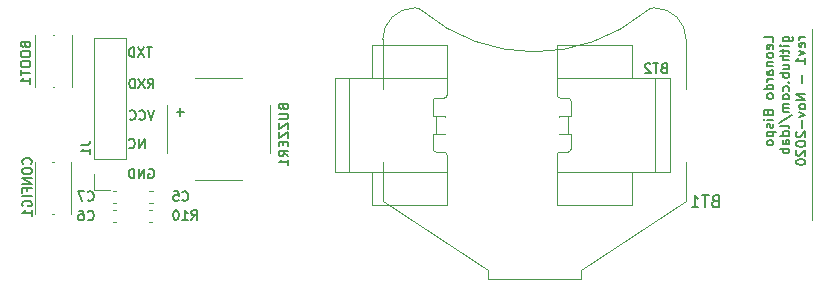
<source format=gbr>
G04 #@! TF.GenerationSoftware,KiCad,Pcbnew,(5.1.4)-1*
G04 #@! TF.CreationDate,2020-11-25T16:32:24+01:00*
G04 #@! TF.ProjectId,iot_plant_watering_sensor_esp32,696f745f-706c-4616-9e74-5f7761746572,rev?*
G04 #@! TF.SameCoordinates,Original*
G04 #@! TF.FileFunction,Legend,Bot*
G04 #@! TF.FilePolarity,Positive*
%FSLAX46Y46*%
G04 Gerber Fmt 4.6, Leading zero omitted, Abs format (unit mm)*
G04 Created by KiCad (PCBNEW (5.1.4)-1) date 2020-11-25 16:32:24*
%MOMM*%
%LPD*%
G04 APERTURE LIST*
%ADD10C,0.120000*%
%ADD11C,0.150000*%
G04 APERTURE END LIST*
D10*
X145923000Y-96901000D02*
X145923000Y-113030000D01*
D11*
X142635495Y-97960071D02*
X142635495Y-97573023D01*
X141822695Y-97573023D01*
X142596790Y-98540642D02*
X142635495Y-98463233D01*
X142635495Y-98308414D01*
X142596790Y-98231004D01*
X142519380Y-98192300D01*
X142209742Y-98192300D01*
X142132333Y-98231004D01*
X142093628Y-98308414D01*
X142093628Y-98463233D01*
X142132333Y-98540642D01*
X142209742Y-98579347D01*
X142287152Y-98579347D01*
X142364561Y-98192300D01*
X142635495Y-99043804D02*
X142596790Y-98966395D01*
X142558085Y-98927690D01*
X142480676Y-98888985D01*
X142248447Y-98888985D01*
X142171038Y-98927690D01*
X142132333Y-98966395D01*
X142093628Y-99043804D01*
X142093628Y-99159919D01*
X142132333Y-99237328D01*
X142171038Y-99276033D01*
X142248447Y-99314738D01*
X142480676Y-99314738D01*
X142558085Y-99276033D01*
X142596790Y-99237328D01*
X142635495Y-99159919D01*
X142635495Y-99043804D01*
X142093628Y-99663080D02*
X142635495Y-99663080D01*
X142171038Y-99663080D02*
X142132333Y-99701785D01*
X142093628Y-99779195D01*
X142093628Y-99895309D01*
X142132333Y-99972719D01*
X142209742Y-100011423D01*
X142635495Y-100011423D01*
X142635495Y-100746814D02*
X142209742Y-100746814D01*
X142132333Y-100708109D01*
X142093628Y-100630700D01*
X142093628Y-100475880D01*
X142132333Y-100398471D01*
X142596790Y-100746814D02*
X142635495Y-100669404D01*
X142635495Y-100475880D01*
X142596790Y-100398471D01*
X142519380Y-100359766D01*
X142441971Y-100359766D01*
X142364561Y-100398471D01*
X142325857Y-100475880D01*
X142325857Y-100669404D01*
X142287152Y-100746814D01*
X142635495Y-101133861D02*
X142093628Y-101133861D01*
X142248447Y-101133861D02*
X142171038Y-101172566D01*
X142132333Y-101211271D01*
X142093628Y-101288680D01*
X142093628Y-101366090D01*
X142635495Y-101985366D02*
X141822695Y-101985366D01*
X142596790Y-101985366D02*
X142635495Y-101907957D01*
X142635495Y-101753138D01*
X142596790Y-101675728D01*
X142558085Y-101637023D01*
X142480676Y-101598319D01*
X142248447Y-101598319D01*
X142171038Y-101637023D01*
X142132333Y-101675728D01*
X142093628Y-101753138D01*
X142093628Y-101907957D01*
X142132333Y-101985366D01*
X142635495Y-102488528D02*
X142596790Y-102411119D01*
X142558085Y-102372414D01*
X142480676Y-102333709D01*
X142248447Y-102333709D01*
X142171038Y-102372414D01*
X142132333Y-102411119D01*
X142093628Y-102488528D01*
X142093628Y-102604642D01*
X142132333Y-102682052D01*
X142171038Y-102720757D01*
X142248447Y-102759461D01*
X142480676Y-102759461D01*
X142558085Y-102720757D01*
X142596790Y-102682052D01*
X142635495Y-102604642D01*
X142635495Y-102488528D01*
X142209742Y-103998014D02*
X142248447Y-104114128D01*
X142287152Y-104152833D01*
X142364561Y-104191538D01*
X142480676Y-104191538D01*
X142558085Y-104152833D01*
X142596790Y-104114128D01*
X142635495Y-104036719D01*
X142635495Y-103727080D01*
X141822695Y-103727080D01*
X141822695Y-103998014D01*
X141861400Y-104075423D01*
X141900104Y-104114128D01*
X141977514Y-104152833D01*
X142054923Y-104152833D01*
X142132333Y-104114128D01*
X142171038Y-104075423D01*
X142209742Y-103998014D01*
X142209742Y-103727080D01*
X142635495Y-104539880D02*
X142093628Y-104539880D01*
X141822695Y-104539880D02*
X141861400Y-104501176D01*
X141900104Y-104539880D01*
X141861400Y-104578585D01*
X141822695Y-104539880D01*
X141900104Y-104539880D01*
X142596790Y-104888223D02*
X142635495Y-104965633D01*
X142635495Y-105120452D01*
X142596790Y-105197861D01*
X142519380Y-105236566D01*
X142480676Y-105236566D01*
X142403266Y-105197861D01*
X142364561Y-105120452D01*
X142364561Y-105004338D01*
X142325857Y-104926928D01*
X142248447Y-104888223D01*
X142209742Y-104888223D01*
X142132333Y-104926928D01*
X142093628Y-105004338D01*
X142093628Y-105120452D01*
X142132333Y-105197861D01*
X142093628Y-105584909D02*
X142906428Y-105584909D01*
X142132333Y-105584909D02*
X142093628Y-105662319D01*
X142093628Y-105817138D01*
X142132333Y-105894547D01*
X142171038Y-105933252D01*
X142248447Y-105971957D01*
X142480676Y-105971957D01*
X142558085Y-105933252D01*
X142596790Y-105894547D01*
X142635495Y-105817138D01*
X142635495Y-105662319D01*
X142596790Y-105584909D01*
X142635495Y-106436414D02*
X142596790Y-106359004D01*
X142558085Y-106320300D01*
X142480676Y-106281595D01*
X142248447Y-106281595D01*
X142171038Y-106320300D01*
X142132333Y-106359004D01*
X142093628Y-106436414D01*
X142093628Y-106552528D01*
X142132333Y-106629938D01*
X142171038Y-106668642D01*
X142248447Y-106707347D01*
X142480676Y-106707347D01*
X142558085Y-106668642D01*
X142596790Y-106629938D01*
X142635495Y-106552528D01*
X142635495Y-106436414D01*
X143462828Y-97921366D02*
X144120809Y-97921366D01*
X144198219Y-97882661D01*
X144236923Y-97843957D01*
X144275628Y-97766547D01*
X144275628Y-97650433D01*
X144236923Y-97573023D01*
X143965990Y-97921366D02*
X144004695Y-97843957D01*
X144004695Y-97689138D01*
X143965990Y-97611728D01*
X143927285Y-97573023D01*
X143849876Y-97534319D01*
X143617647Y-97534319D01*
X143540238Y-97573023D01*
X143501533Y-97611728D01*
X143462828Y-97689138D01*
X143462828Y-97843957D01*
X143501533Y-97921366D01*
X144004695Y-98308414D02*
X143462828Y-98308414D01*
X143191895Y-98308414D02*
X143230600Y-98269709D01*
X143269304Y-98308414D01*
X143230600Y-98347119D01*
X143191895Y-98308414D01*
X143269304Y-98308414D01*
X143462828Y-98579347D02*
X143462828Y-98888985D01*
X143191895Y-98695461D02*
X143888580Y-98695461D01*
X143965990Y-98734166D01*
X144004695Y-98811576D01*
X144004695Y-98888985D01*
X144004695Y-99159919D02*
X143191895Y-99159919D01*
X144004695Y-99508261D02*
X143578942Y-99508261D01*
X143501533Y-99469557D01*
X143462828Y-99392147D01*
X143462828Y-99276033D01*
X143501533Y-99198623D01*
X143540238Y-99159919D01*
X143462828Y-100243652D02*
X144004695Y-100243652D01*
X143462828Y-99895309D02*
X143888580Y-99895309D01*
X143965990Y-99934014D01*
X144004695Y-100011423D01*
X144004695Y-100127538D01*
X143965990Y-100204947D01*
X143927285Y-100243652D01*
X144004695Y-100630700D02*
X143191895Y-100630700D01*
X143501533Y-100630700D02*
X143462828Y-100708109D01*
X143462828Y-100862928D01*
X143501533Y-100940338D01*
X143540238Y-100979042D01*
X143617647Y-101017747D01*
X143849876Y-101017747D01*
X143927285Y-100979042D01*
X143965990Y-100940338D01*
X144004695Y-100862928D01*
X144004695Y-100708109D01*
X143965990Y-100630700D01*
X143927285Y-101366090D02*
X143965990Y-101404795D01*
X144004695Y-101366090D01*
X143965990Y-101327385D01*
X143927285Y-101366090D01*
X144004695Y-101366090D01*
X143965990Y-102101480D02*
X144004695Y-102024071D01*
X144004695Y-101869252D01*
X143965990Y-101791842D01*
X143927285Y-101753138D01*
X143849876Y-101714433D01*
X143617647Y-101714433D01*
X143540238Y-101753138D01*
X143501533Y-101791842D01*
X143462828Y-101869252D01*
X143462828Y-102024071D01*
X143501533Y-102101480D01*
X144004695Y-102565938D02*
X143965990Y-102488528D01*
X143927285Y-102449823D01*
X143849876Y-102411119D01*
X143617647Y-102411119D01*
X143540238Y-102449823D01*
X143501533Y-102488528D01*
X143462828Y-102565938D01*
X143462828Y-102682052D01*
X143501533Y-102759461D01*
X143540238Y-102798166D01*
X143617647Y-102836871D01*
X143849876Y-102836871D01*
X143927285Y-102798166D01*
X143965990Y-102759461D01*
X144004695Y-102682052D01*
X144004695Y-102565938D01*
X144004695Y-103185214D02*
X143462828Y-103185214D01*
X143540238Y-103185214D02*
X143501533Y-103223919D01*
X143462828Y-103301328D01*
X143462828Y-103417442D01*
X143501533Y-103494852D01*
X143578942Y-103533557D01*
X144004695Y-103533557D01*
X143578942Y-103533557D02*
X143501533Y-103572261D01*
X143462828Y-103649671D01*
X143462828Y-103765785D01*
X143501533Y-103843195D01*
X143578942Y-103881900D01*
X144004695Y-103881900D01*
X143153190Y-104849519D02*
X144198219Y-104152833D01*
X144004695Y-105236566D02*
X143965990Y-105159157D01*
X143888580Y-105120452D01*
X143191895Y-105120452D01*
X144004695Y-105894547D02*
X143191895Y-105894547D01*
X143965990Y-105894547D02*
X144004695Y-105817138D01*
X144004695Y-105662319D01*
X143965990Y-105584909D01*
X143927285Y-105546204D01*
X143849876Y-105507500D01*
X143617647Y-105507500D01*
X143540238Y-105546204D01*
X143501533Y-105584909D01*
X143462828Y-105662319D01*
X143462828Y-105817138D01*
X143501533Y-105894547D01*
X144004695Y-106629938D02*
X143578942Y-106629938D01*
X143501533Y-106591233D01*
X143462828Y-106513823D01*
X143462828Y-106359004D01*
X143501533Y-106281595D01*
X143965990Y-106629938D02*
X144004695Y-106552528D01*
X144004695Y-106359004D01*
X143965990Y-106281595D01*
X143888580Y-106242890D01*
X143811171Y-106242890D01*
X143733761Y-106281595D01*
X143695057Y-106359004D01*
X143695057Y-106552528D01*
X143656352Y-106629938D01*
X144004695Y-107016985D02*
X143191895Y-107016985D01*
X143501533Y-107016985D02*
X143462828Y-107094395D01*
X143462828Y-107249214D01*
X143501533Y-107326623D01*
X143540238Y-107365328D01*
X143617647Y-107404033D01*
X143849876Y-107404033D01*
X143927285Y-107365328D01*
X143965990Y-107326623D01*
X144004695Y-107249214D01*
X144004695Y-107094395D01*
X143965990Y-107016985D01*
X145373895Y-97573023D02*
X144832028Y-97573023D01*
X144986847Y-97573023D02*
X144909438Y-97611728D01*
X144870733Y-97650433D01*
X144832028Y-97727842D01*
X144832028Y-97805252D01*
X145335190Y-98385823D02*
X145373895Y-98308414D01*
X145373895Y-98153595D01*
X145335190Y-98076185D01*
X145257780Y-98037480D01*
X144948142Y-98037480D01*
X144870733Y-98076185D01*
X144832028Y-98153595D01*
X144832028Y-98308414D01*
X144870733Y-98385823D01*
X144948142Y-98424528D01*
X145025552Y-98424528D01*
X145102961Y-98037480D01*
X144832028Y-98695461D02*
X145373895Y-98888985D01*
X144832028Y-99082509D01*
X145373895Y-99817900D02*
X145373895Y-99353442D01*
X145373895Y-99585671D02*
X144561095Y-99585671D01*
X144677209Y-99508261D01*
X144754619Y-99430852D01*
X144793323Y-99353442D01*
X145064257Y-100785519D02*
X145064257Y-101404795D01*
X145373895Y-102411119D02*
X144561095Y-102411119D01*
X145373895Y-102875576D01*
X144561095Y-102875576D01*
X145373895Y-103378738D02*
X145335190Y-103301328D01*
X145296485Y-103262623D01*
X145219076Y-103223919D01*
X144986847Y-103223919D01*
X144909438Y-103262623D01*
X144870733Y-103301328D01*
X144832028Y-103378738D01*
X144832028Y-103494852D01*
X144870733Y-103572261D01*
X144909438Y-103610966D01*
X144986847Y-103649671D01*
X145219076Y-103649671D01*
X145296485Y-103610966D01*
X145335190Y-103572261D01*
X145373895Y-103494852D01*
X145373895Y-103378738D01*
X144832028Y-103920604D02*
X145373895Y-104114128D01*
X144832028Y-104307652D01*
X145064257Y-104617290D02*
X145064257Y-105236566D01*
X144638504Y-105584909D02*
X144599800Y-105623614D01*
X144561095Y-105701023D01*
X144561095Y-105894547D01*
X144599800Y-105971957D01*
X144638504Y-106010661D01*
X144715914Y-106049366D01*
X144793323Y-106049366D01*
X144909438Y-106010661D01*
X145373895Y-105546204D01*
X145373895Y-106049366D01*
X144561095Y-106552528D02*
X144561095Y-106629938D01*
X144599800Y-106707347D01*
X144638504Y-106746052D01*
X144715914Y-106784757D01*
X144870733Y-106823461D01*
X145064257Y-106823461D01*
X145219076Y-106784757D01*
X145296485Y-106746052D01*
X145335190Y-106707347D01*
X145373895Y-106629938D01*
X145373895Y-106552528D01*
X145335190Y-106475119D01*
X145296485Y-106436414D01*
X145219076Y-106397709D01*
X145064257Y-106359004D01*
X144870733Y-106359004D01*
X144715914Y-106397709D01*
X144638504Y-106436414D01*
X144599800Y-106475119D01*
X144561095Y-106552528D01*
X144638504Y-107133100D02*
X144599800Y-107171804D01*
X144561095Y-107249214D01*
X144561095Y-107442738D01*
X144599800Y-107520147D01*
X144638504Y-107558852D01*
X144715914Y-107597557D01*
X144793323Y-107597557D01*
X144909438Y-107558852D01*
X145373895Y-107094395D01*
X145373895Y-107597557D01*
X144561095Y-108100719D02*
X144561095Y-108178128D01*
X144599800Y-108255538D01*
X144638504Y-108294242D01*
X144715914Y-108332947D01*
X144870733Y-108371652D01*
X145064257Y-108371652D01*
X145219076Y-108332947D01*
X145296485Y-108294242D01*
X145335190Y-108255538D01*
X145373895Y-108178128D01*
X145373895Y-108100719D01*
X145335190Y-108023309D01*
X145296485Y-107984604D01*
X145219076Y-107945900D01*
X145064257Y-107907195D01*
X144870733Y-107907195D01*
X144715914Y-107945900D01*
X144638504Y-107984604D01*
X144599800Y-108023309D01*
X144561095Y-108100719D01*
D10*
X85157000Y-97666500D02*
X87817000Y-97666500D01*
X85157000Y-107886500D02*
X85157000Y-97666500D01*
X87817000Y-107886500D02*
X87817000Y-97666500D01*
X85157000Y-107886500D02*
X87817000Y-107886500D01*
X85157000Y-109156500D02*
X85157000Y-110486500D01*
X85157000Y-110486500D02*
X86487000Y-110486500D01*
X109578000Y-111429000D02*
X109578000Y-108129000D01*
X118478000Y-117279000D02*
X109578000Y-111429000D01*
X118478000Y-118079000D02*
X118478000Y-117279000D01*
X118478000Y-118079000D02*
X126378000Y-118079000D01*
X126378000Y-118079000D02*
X126378000Y-117279000D01*
X126378000Y-117279000D02*
X135278000Y-111429000D01*
X135278000Y-111429000D02*
X135278000Y-108129000D01*
X109578000Y-101929000D02*
X109578000Y-97729000D01*
X135278000Y-101929000D02*
X135278000Y-97729000D01*
X135278000Y-97779000D02*
G75*
G03X132578000Y-95079000I-2700000J0D01*
G01*
X109578000Y-97779000D02*
G75*
G02X112278000Y-95079000I2700000J0D01*
G01*
X112949751Y-95357249D02*
G75*
G03X112278000Y-95079000I-671751J-671751D01*
G01*
X131906249Y-95357249D02*
G75*
G02X132578000Y-95079000I671751J-671751D01*
G01*
X131868444Y-95390929D02*
G75*
G02X112878000Y-95299000I-9440444J11361929D01*
G01*
X130693200Y-101041200D02*
X124343201Y-101041200D01*
X124343201Y-102463600D02*
G75*
G03X124597201Y-102717600I254000J0D01*
G01*
X124343201Y-101041200D02*
X124343201Y-102463600D01*
X124597201Y-102717600D02*
X125257601Y-102717600D01*
X130693200Y-99566181D02*
X130693200Y-99608511D01*
X124343201Y-108965998D02*
X130693200Y-108965998D01*
X130693200Y-108965998D02*
X132674399Y-108965998D01*
X125257601Y-104216199D02*
X125257601Y-105790998D01*
X125257601Y-107289598D02*
G75*
G03X125511601Y-107035598I0J254000D01*
G01*
X124343201Y-100299713D02*
X124343201Y-100204217D01*
X130693200Y-100299713D02*
X130693200Y-100204217D01*
X124343201Y-100622100D02*
X124343201Y-100299713D01*
X130693200Y-100622100D02*
X130693200Y-100299713D01*
X124343201Y-108965998D02*
X124343201Y-107543598D01*
X130693200Y-109385099D02*
X130693200Y-108965998D01*
X132686717Y-101041200D02*
X133054735Y-101041200D01*
X132674399Y-101041200D02*
X130693200Y-101041200D01*
X125511601Y-102971600D02*
G75*
G03X125257601Y-102717600I-254000J0D01*
G01*
X125511601Y-104216199D02*
X125257601Y-104216199D01*
X124343201Y-99983025D02*
X124343201Y-99938467D01*
X125257601Y-105790998D02*
X125511601Y-105790998D01*
X124343201Y-109707485D02*
X124343201Y-109385099D01*
X125511601Y-105790998D02*
X125511601Y-107035598D01*
X130693200Y-109707485D02*
X130693200Y-109385099D01*
X125511601Y-107035598D02*
X125511601Y-105790998D01*
X124343201Y-99566181D02*
X124343201Y-99608511D01*
X124343201Y-107543598D02*
X124343201Y-108965998D01*
X124343201Y-100204217D02*
X124343201Y-99983025D01*
X130693200Y-98203888D02*
X130693200Y-99566181D01*
X130693200Y-100204217D02*
X130693200Y-99983025D01*
X124343201Y-102463600D02*
X124343201Y-101041200D01*
X133054735Y-108965998D02*
X132686717Y-108965998D01*
X130693200Y-101041200D02*
X130693200Y-100622100D01*
X124597201Y-107289598D02*
G75*
G03X124343201Y-107543598I0J-254000D01*
G01*
X132686717Y-108965998D02*
X132504589Y-108965998D01*
X124343201Y-101041200D02*
X124343201Y-100622100D01*
X124343201Y-109385099D02*
X124343201Y-108965998D01*
X124343201Y-110441017D02*
X124343201Y-111803310D01*
X124343201Y-109802981D02*
X124343201Y-109707485D01*
X125511601Y-102971600D02*
X125511601Y-104216199D01*
X125257601Y-107289598D02*
X124597201Y-107289598D01*
X124343201Y-99938467D02*
X124343201Y-99608511D01*
X130693200Y-109802981D02*
X130693200Y-109707485D01*
X130693200Y-110441017D02*
X130693200Y-111803310D01*
X124343201Y-98203888D02*
X124343201Y-99566181D01*
X132674399Y-108965998D02*
X132674399Y-101041200D01*
X132504589Y-101041200D02*
X132686717Y-101041200D01*
X124495601Y-104282643D02*
X124495601Y-104216199D01*
X124597201Y-107289598D02*
G75*
G03X124343201Y-107543598I0J-254000D01*
G01*
X124343201Y-110398687D02*
X124343201Y-110068731D01*
X124597201Y-107289598D02*
X125257601Y-107289598D01*
X124495601Y-105790998D02*
X124495601Y-105724555D01*
X124343201Y-110024173D02*
X124343201Y-109802981D01*
X130693200Y-110068731D02*
X130693200Y-110024173D01*
X125257601Y-105790998D02*
X125511601Y-105790998D01*
X133863657Y-108965998D02*
X133054735Y-108965998D01*
X132491607Y-108965998D02*
X130693200Y-108965998D01*
X124343201Y-102463600D02*
G75*
G03X124597201Y-102717600I254000J0D01*
G01*
X125511601Y-102971600D02*
G75*
G03X125257601Y-102717600I-254000J0D01*
G01*
X125257601Y-104216199D02*
X125511601Y-104216199D01*
X132491607Y-101041200D02*
X132504589Y-101041200D01*
X125511601Y-104216199D02*
X125511601Y-102971600D01*
X124343201Y-98203888D02*
X130693200Y-98203888D01*
X124343201Y-110398687D02*
X124343201Y-110441017D01*
X130693200Y-110068731D02*
X130693200Y-110398687D01*
X125257601Y-102717600D02*
X124597201Y-102717600D01*
X124343201Y-110068731D02*
X124343201Y-110024173D01*
X130693200Y-110024173D02*
X130693200Y-109802981D01*
X133868199Y-108965998D02*
X133863657Y-108965998D01*
X132491607Y-101041200D02*
X130693200Y-101041200D01*
X133863657Y-101041200D02*
X133868199Y-101041200D01*
X130693200Y-110398687D02*
X130693200Y-110441017D01*
X133868199Y-108965998D02*
X133868199Y-101041200D01*
X124495601Y-104216199D02*
X125257601Y-104216199D01*
X133054735Y-101041200D02*
X133863657Y-101041200D01*
X132491607Y-108965998D02*
X132504589Y-108965998D01*
X125257601Y-107289597D02*
G75*
G03X125511600Y-107035598I0J253999D01*
G01*
X124343201Y-111803310D02*
X130693200Y-111803310D01*
X130693200Y-99608511D02*
X130693200Y-99938467D01*
X130693200Y-99983025D02*
X130693200Y-99938467D01*
X125257601Y-105790998D02*
X124495601Y-105790998D01*
X115026400Y-108966000D02*
X115026400Y-107543600D01*
X106682884Y-108966000D02*
X106314866Y-108966000D01*
X108676401Y-108966000D02*
X115026400Y-108966000D01*
X113858000Y-107035600D02*
G75*
G03X114112000Y-107289600I254000J0D01*
G01*
X113858000Y-107035600D02*
X113858000Y-105791001D01*
X114112000Y-102717602D02*
G75*
G03X113858000Y-102971602I0J-254000D01*
G01*
X106865012Y-108966000D02*
X106682884Y-108966000D01*
X106314866Y-101041202D02*
X106682884Y-101041202D01*
X114112000Y-105791001D02*
X114112000Y-104216202D01*
X113858000Y-104216202D02*
X113858000Y-102971602D01*
X115026400Y-102463602D02*
X115026400Y-101041202D01*
X113858000Y-102971602D02*
X113858000Y-104216202D01*
X115026400Y-110068733D02*
X115026400Y-110398689D01*
X108676401Y-108966000D02*
X108676401Y-109385100D01*
X115026400Y-100299715D02*
X115026400Y-100622101D01*
X106695202Y-108966000D02*
X108676401Y-108966000D01*
X115026400Y-99566183D02*
X115026400Y-98203890D01*
X115026400Y-100204219D02*
X115026400Y-100299715D01*
X115026400Y-99608513D02*
X115026400Y-99566183D01*
X108676401Y-109707487D02*
X108676401Y-109802983D01*
X108676401Y-99938469D02*
X108676401Y-99983027D01*
X108676401Y-99566183D02*
X108676401Y-98203890D01*
X115026400Y-99938469D02*
X115026400Y-99983027D01*
X114772400Y-102717602D02*
X114112000Y-102717602D01*
X106877994Y-108966000D02*
X108676401Y-108966000D01*
X108676401Y-100204219D02*
X108676401Y-100299715D01*
X114112000Y-107289600D02*
X114772400Y-107289600D01*
X113858000Y-107035600D02*
G75*
G03X114112000Y-107289600I254000J0D01*
G01*
X108676401Y-109385100D02*
X108676401Y-109707487D01*
X115026400Y-101041202D02*
X108676401Y-101041202D01*
X113858000Y-105791001D02*
X113858000Y-107035600D01*
X114112000Y-102717602D02*
X114772400Y-102717602D01*
X115026400Y-107543600D02*
G75*
G03X114772400Y-107289600I-254000J0D01*
G01*
X114772400Y-102717602D02*
G75*
G03X115026400Y-102463602I0J254000D01*
G01*
X114112000Y-104216202D02*
X113858000Y-104216202D01*
X114772400Y-107289600D02*
X114112000Y-107289600D01*
X115026400Y-107543600D02*
X115026400Y-108966000D01*
X106682884Y-101041202D02*
X106865012Y-101041202D01*
X115026400Y-109707487D02*
X115026400Y-109802983D01*
X115026400Y-108966000D02*
X115026400Y-109385100D01*
X108676401Y-99938469D02*
X108676401Y-99608513D01*
X115026400Y-101041202D02*
X115026400Y-102463602D01*
X113858000Y-105791001D02*
X114112000Y-105791001D01*
X108676401Y-109802983D02*
X108676401Y-110024175D01*
X108676401Y-110024175D02*
X108676401Y-110068733D01*
X114772400Y-102717602D02*
G75*
G03X115026400Y-102463602I0J254000D01*
G01*
X114112000Y-105791001D02*
X113858000Y-105791001D01*
X115026400Y-111803312D02*
X115026400Y-110441019D01*
X108676401Y-111803312D02*
X108676401Y-110441019D01*
X115026400Y-109802983D02*
X115026400Y-110024175D01*
X115026400Y-109385100D02*
X115026400Y-109707487D01*
X115026400Y-100622101D02*
X115026400Y-101041202D01*
X115026400Y-110441019D02*
X115026400Y-110398689D01*
X115026400Y-99983027D02*
X115026400Y-100204219D01*
X106877994Y-101041202D02*
X108676401Y-101041202D01*
X108676401Y-99983027D02*
X108676401Y-100204219D01*
X108676401Y-99608513D02*
X108676401Y-99566183D01*
X115026400Y-107543600D02*
G75*
G03X114772400Y-107289600I-254000J0D01*
G01*
X108676401Y-110441019D02*
X108676401Y-110398689D01*
X115026400Y-110024175D02*
X115026400Y-110068733D01*
X108676401Y-100622101D02*
X108676401Y-101041202D01*
X108676401Y-100299715D02*
X108676401Y-100622101D01*
X108676401Y-101041202D02*
X106695202Y-101041202D01*
X106695202Y-101041202D02*
X106695202Y-108966000D01*
X115026400Y-99608513D02*
X115026400Y-99938469D01*
X108676401Y-110398689D02*
X108676401Y-110068733D01*
X106314866Y-108966000D02*
X105505944Y-108966000D01*
X114874000Y-105791001D02*
X114112000Y-105791001D01*
X115026400Y-111803312D02*
X108676401Y-111803312D01*
X115026400Y-98203890D02*
X108676401Y-98203890D01*
X105505944Y-101041202D02*
X106314866Y-101041202D01*
X105501402Y-101041202D02*
X105501402Y-108966000D01*
X106877994Y-101041202D02*
X106865012Y-101041202D01*
X105501402Y-101041202D02*
X105505944Y-101041202D01*
X114112000Y-104216202D02*
X114874000Y-104216202D01*
X114874000Y-105724557D02*
X114874000Y-105791001D01*
X105505944Y-108966000D02*
X105501402Y-108966000D01*
X106877994Y-108966000D02*
X106865012Y-108966000D01*
X114112000Y-104216202D02*
X113858000Y-104216202D01*
X114112000Y-102717603D02*
G75*
G03X113858001Y-102971602I0J-253999D01*
G01*
X114874000Y-104216202D02*
X114874000Y-104282645D01*
X97687000Y-109689000D02*
X93687000Y-109689000D01*
X100037000Y-103339000D02*
X100037000Y-107339000D01*
X93687000Y-100989000D02*
X97687000Y-100989000D01*
X91337000Y-107339000D02*
X91337000Y-103339000D01*
X81611000Y-112563000D02*
X81711000Y-112563000D01*
X83211000Y-108163000D02*
X83211000Y-112563000D01*
X80111000Y-112563000D02*
X80111000Y-108163000D01*
X81611000Y-108163000D02*
X81711000Y-108163000D01*
X90078779Y-113222500D02*
X89753221Y-113222500D01*
X90078779Y-112202500D02*
X89753221Y-112202500D01*
X87030779Y-111571500D02*
X86705221Y-111571500D01*
X87030779Y-110551500D02*
X86705221Y-110551500D01*
X87030779Y-113222500D02*
X86705221Y-113222500D01*
X87030779Y-112202500D02*
X86705221Y-112202500D01*
X90104179Y-111571500D02*
X89778621Y-111571500D01*
X90104179Y-110551500D02*
X89778621Y-110551500D01*
X81636400Y-101768000D02*
X81736400Y-101768000D01*
X83236400Y-97368000D02*
X83236400Y-101768000D01*
X80136400Y-101768000D02*
X80136400Y-97368000D01*
X81636400Y-97368000D02*
X81736400Y-97368000D01*
D11*
X84009895Y-106663066D02*
X84590466Y-106663066D01*
X84706580Y-106624361D01*
X84783990Y-106546952D01*
X84822695Y-106430838D01*
X84822695Y-106353428D01*
X84822695Y-107475866D02*
X84822695Y-107011409D01*
X84822695Y-107243638D02*
X84009895Y-107243638D01*
X84126009Y-107166228D01*
X84203419Y-107088819D01*
X84242123Y-107011409D01*
X89773276Y-108750100D02*
X89850685Y-108711395D01*
X89966800Y-108711395D01*
X90082914Y-108750100D01*
X90160323Y-108827509D01*
X90199028Y-108904919D01*
X90237733Y-109059738D01*
X90237733Y-109175852D01*
X90199028Y-109330671D01*
X90160323Y-109408080D01*
X90082914Y-109485490D01*
X89966800Y-109524195D01*
X89889390Y-109524195D01*
X89773276Y-109485490D01*
X89734571Y-109446785D01*
X89734571Y-109175852D01*
X89889390Y-109175852D01*
X89386228Y-109524195D02*
X89386228Y-108711395D01*
X88921771Y-109524195D01*
X88921771Y-108711395D01*
X88534723Y-109524195D02*
X88534723Y-108711395D01*
X88341200Y-108711395D01*
X88225085Y-108750100D01*
X88147676Y-108827509D01*
X88108971Y-108904919D01*
X88070266Y-109059738D01*
X88070266Y-109175852D01*
X88108971Y-109330671D01*
X88147676Y-109408080D01*
X88225085Y-109485490D01*
X88341200Y-109524195D01*
X88534723Y-109524195D01*
X89411628Y-106984195D02*
X89411628Y-106171395D01*
X88947171Y-106984195D01*
X88947171Y-106171395D01*
X88095666Y-106906785D02*
X88134371Y-106945490D01*
X88250485Y-106984195D01*
X88327895Y-106984195D01*
X88444009Y-106945490D01*
X88521419Y-106868080D01*
X88560123Y-106790671D01*
X88598828Y-106635852D01*
X88598828Y-106519738D01*
X88560123Y-106364919D01*
X88521419Y-106287509D01*
X88444009Y-106210100D01*
X88327895Y-106171395D01*
X88250485Y-106171395D01*
X88134371Y-106210100D01*
X88095666Y-106248804D01*
X90237733Y-103758395D02*
X89966800Y-104571195D01*
X89695866Y-103758395D01*
X88960476Y-104493785D02*
X88999180Y-104532490D01*
X89115295Y-104571195D01*
X89192704Y-104571195D01*
X89308819Y-104532490D01*
X89386228Y-104455080D01*
X89424933Y-104377671D01*
X89463638Y-104222852D01*
X89463638Y-104106738D01*
X89424933Y-103951919D01*
X89386228Y-103874509D01*
X89308819Y-103797100D01*
X89192704Y-103758395D01*
X89115295Y-103758395D01*
X88999180Y-103797100D01*
X88960476Y-103835804D01*
X88147676Y-104493785D02*
X88186380Y-104532490D01*
X88302495Y-104571195D01*
X88379904Y-104571195D01*
X88496019Y-104532490D01*
X88573428Y-104455080D01*
X88612133Y-104377671D01*
X88650838Y-104222852D01*
X88650838Y-104106738D01*
X88612133Y-103951919D01*
X88573428Y-103874509D01*
X88496019Y-103797100D01*
X88379904Y-103758395D01*
X88302495Y-103758395D01*
X88186380Y-103797100D01*
X88147676Y-103835804D01*
X89695866Y-101904195D02*
X89966800Y-101517147D01*
X90160323Y-101904195D02*
X90160323Y-101091395D01*
X89850685Y-101091395D01*
X89773276Y-101130100D01*
X89734571Y-101168804D01*
X89695866Y-101246214D01*
X89695866Y-101362328D01*
X89734571Y-101439738D01*
X89773276Y-101478442D01*
X89850685Y-101517147D01*
X90160323Y-101517147D01*
X89424933Y-101091395D02*
X88883066Y-101904195D01*
X88883066Y-101091395D02*
X89424933Y-101904195D01*
X88573428Y-101904195D02*
X88573428Y-101091395D01*
X88379904Y-101091395D01*
X88263790Y-101130100D01*
X88186380Y-101207509D01*
X88147676Y-101284919D01*
X88108971Y-101439738D01*
X88108971Y-101555852D01*
X88147676Y-101710671D01*
X88186380Y-101788080D01*
X88263790Y-101865490D01*
X88379904Y-101904195D01*
X88573428Y-101904195D01*
X90052676Y-98424395D02*
X89588219Y-98424395D01*
X89820447Y-99237195D02*
X89820447Y-98424395D01*
X89394695Y-98424395D02*
X88852828Y-99237195D01*
X88852828Y-98424395D02*
X89394695Y-99237195D01*
X88543190Y-99237195D02*
X88543190Y-98424395D01*
X88349666Y-98424395D01*
X88233552Y-98463100D01*
X88156142Y-98540509D01*
X88117438Y-98617919D01*
X88078733Y-98772738D01*
X88078733Y-98888852D01*
X88117438Y-99043671D01*
X88156142Y-99121080D01*
X88233552Y-99198490D01*
X88349666Y-99237195D01*
X88543190Y-99237195D01*
X137691714Y-111434571D02*
X137548857Y-111482190D01*
X137501238Y-111529809D01*
X137453619Y-111625047D01*
X137453619Y-111767904D01*
X137501238Y-111863142D01*
X137548857Y-111910761D01*
X137644095Y-111958380D01*
X138025047Y-111958380D01*
X138025047Y-110958380D01*
X137691714Y-110958380D01*
X137596476Y-111006000D01*
X137548857Y-111053619D01*
X137501238Y-111148857D01*
X137501238Y-111244095D01*
X137548857Y-111339333D01*
X137596476Y-111386952D01*
X137691714Y-111434571D01*
X138025047Y-111434571D01*
X137167904Y-110958380D02*
X136596476Y-110958380D01*
X136882190Y-111958380D02*
X136882190Y-110958380D01*
X135739333Y-111958380D02*
X136310761Y-111958380D01*
X136025047Y-111958380D02*
X136025047Y-110958380D01*
X136120285Y-111101238D01*
X136215523Y-111196476D01*
X136310761Y-111244095D01*
X133353628Y-100144942D02*
X133237514Y-100183647D01*
X133198809Y-100222352D01*
X133160104Y-100299761D01*
X133160104Y-100415876D01*
X133198809Y-100493285D01*
X133237514Y-100531990D01*
X133314923Y-100570695D01*
X133624561Y-100570695D01*
X133624561Y-99757895D01*
X133353628Y-99757895D01*
X133276219Y-99796600D01*
X133237514Y-99835304D01*
X133198809Y-99912714D01*
X133198809Y-99990123D01*
X133237514Y-100067533D01*
X133276219Y-100106238D01*
X133353628Y-100144942D01*
X133624561Y-100144942D01*
X132927876Y-99757895D02*
X132463419Y-99757895D01*
X132695647Y-100570695D02*
X132695647Y-99757895D01*
X132231190Y-99835304D02*
X132192485Y-99796600D01*
X132115076Y-99757895D01*
X131921552Y-99757895D01*
X131844142Y-99796600D01*
X131805438Y-99835304D01*
X131766733Y-99912714D01*
X131766733Y-99990123D01*
X131805438Y-100106238D01*
X132269895Y-100570695D01*
X131766733Y-100570695D01*
X101160942Y-103488066D02*
X101199647Y-103604180D01*
X101238352Y-103642885D01*
X101315761Y-103681590D01*
X101431876Y-103681590D01*
X101509285Y-103642885D01*
X101547990Y-103604180D01*
X101586695Y-103526771D01*
X101586695Y-103217133D01*
X100773895Y-103217133D01*
X100773895Y-103488066D01*
X100812600Y-103565476D01*
X100851304Y-103604180D01*
X100928714Y-103642885D01*
X101006123Y-103642885D01*
X101083533Y-103604180D01*
X101122238Y-103565476D01*
X101160942Y-103488066D01*
X101160942Y-103217133D01*
X100773895Y-104029933D02*
X101431876Y-104029933D01*
X101509285Y-104068638D01*
X101547990Y-104107342D01*
X101586695Y-104184752D01*
X101586695Y-104339571D01*
X101547990Y-104416980D01*
X101509285Y-104455685D01*
X101431876Y-104494390D01*
X100773895Y-104494390D01*
X100773895Y-104804028D02*
X100773895Y-105345895D01*
X101586695Y-104804028D01*
X101586695Y-105345895D01*
X100773895Y-105578123D02*
X100773895Y-106119990D01*
X101586695Y-105578123D01*
X101586695Y-106119990D01*
X101160942Y-106429628D02*
X101160942Y-106700561D01*
X101586695Y-106816676D02*
X101586695Y-106429628D01*
X100773895Y-106429628D01*
X100773895Y-106816676D01*
X101586695Y-107629476D02*
X101199647Y-107358542D01*
X101586695Y-107165019D02*
X100773895Y-107165019D01*
X100773895Y-107474657D01*
X100812600Y-107552066D01*
X100851304Y-107590771D01*
X100928714Y-107629476D01*
X101044828Y-107629476D01*
X101122238Y-107590771D01*
X101160942Y-107552066D01*
X101199647Y-107474657D01*
X101199647Y-107165019D01*
X101586695Y-108403571D02*
X101586695Y-107939114D01*
X101586695Y-108171342D02*
X100773895Y-108171342D01*
X100890009Y-108093933D01*
X100967419Y-108016523D01*
X101006123Y-107939114D01*
X92746638Y-103897057D02*
X92127361Y-103897057D01*
X92437000Y-104206695D02*
X92437000Y-103587419D01*
X92746638Y-103897057D02*
X92127361Y-103897057D01*
X92437000Y-104206695D02*
X92437000Y-103587419D01*
X79792285Y-108300761D02*
X79830990Y-108262057D01*
X79869695Y-108145942D01*
X79869695Y-108068533D01*
X79830990Y-107952419D01*
X79753580Y-107875009D01*
X79676171Y-107836304D01*
X79521352Y-107797600D01*
X79405238Y-107797600D01*
X79250419Y-107836304D01*
X79173009Y-107875009D01*
X79095600Y-107952419D01*
X79056895Y-108068533D01*
X79056895Y-108145942D01*
X79095600Y-108262057D01*
X79134304Y-108300761D01*
X79056895Y-108803923D02*
X79056895Y-108958742D01*
X79095600Y-109036152D01*
X79173009Y-109113561D01*
X79327828Y-109152266D01*
X79598761Y-109152266D01*
X79753580Y-109113561D01*
X79830990Y-109036152D01*
X79869695Y-108958742D01*
X79869695Y-108803923D01*
X79830990Y-108726514D01*
X79753580Y-108649104D01*
X79598761Y-108610400D01*
X79327828Y-108610400D01*
X79173009Y-108649104D01*
X79095600Y-108726514D01*
X79056895Y-108803923D01*
X79869695Y-109500609D02*
X79056895Y-109500609D01*
X79869695Y-109965066D01*
X79056895Y-109965066D01*
X79443942Y-110623047D02*
X79443942Y-110352114D01*
X79869695Y-110352114D02*
X79056895Y-110352114D01*
X79056895Y-110739161D01*
X79869695Y-111048800D02*
X79056895Y-111048800D01*
X79095600Y-111861600D02*
X79056895Y-111784190D01*
X79056895Y-111668076D01*
X79095600Y-111551961D01*
X79173009Y-111474552D01*
X79250419Y-111435847D01*
X79405238Y-111397142D01*
X79521352Y-111397142D01*
X79676171Y-111435847D01*
X79753580Y-111474552D01*
X79830990Y-111551961D01*
X79869695Y-111668076D01*
X79869695Y-111745485D01*
X79830990Y-111861600D01*
X79792285Y-111900304D01*
X79521352Y-111900304D01*
X79521352Y-111745485D01*
X79869695Y-112674400D02*
X79869695Y-112209942D01*
X79869695Y-112442171D02*
X79056895Y-112442171D01*
X79173009Y-112364761D01*
X79250419Y-112287352D01*
X79289123Y-112209942D01*
X93384914Y-113029395D02*
X93655847Y-112642347D01*
X93849371Y-113029395D02*
X93849371Y-112216595D01*
X93539733Y-112216595D01*
X93462323Y-112255300D01*
X93423619Y-112294004D01*
X93384914Y-112371414D01*
X93384914Y-112487528D01*
X93423619Y-112564938D01*
X93462323Y-112603642D01*
X93539733Y-112642347D01*
X93849371Y-112642347D01*
X92610819Y-113029395D02*
X93075276Y-113029395D01*
X92843047Y-113029395D02*
X92843047Y-112216595D01*
X92920457Y-112332709D01*
X92997866Y-112410119D01*
X93075276Y-112448823D01*
X92107657Y-112216595D02*
X92030247Y-112216595D01*
X91952838Y-112255300D01*
X91914133Y-112294004D01*
X91875428Y-112371414D01*
X91836723Y-112526233D01*
X91836723Y-112719757D01*
X91875428Y-112874576D01*
X91914133Y-112951985D01*
X91952838Y-112990690D01*
X92030247Y-113029395D01*
X92107657Y-113029395D01*
X92185066Y-112990690D01*
X92223771Y-112951985D01*
X92262476Y-112874576D01*
X92301180Y-112719757D01*
X92301180Y-112526233D01*
X92262476Y-112371414D01*
X92223771Y-112294004D01*
X92185066Y-112255300D01*
X92107657Y-112216595D01*
X84590466Y-111351785D02*
X84629171Y-111390490D01*
X84745285Y-111429195D01*
X84822695Y-111429195D01*
X84938809Y-111390490D01*
X85016219Y-111313080D01*
X85054923Y-111235671D01*
X85093628Y-111080852D01*
X85093628Y-110964738D01*
X85054923Y-110809919D01*
X85016219Y-110732509D01*
X84938809Y-110655100D01*
X84822695Y-110616395D01*
X84745285Y-110616395D01*
X84629171Y-110655100D01*
X84590466Y-110693804D01*
X84319533Y-110616395D02*
X83777666Y-110616395D01*
X84126009Y-111429195D01*
X84590466Y-113002785D02*
X84629171Y-113041490D01*
X84745285Y-113080195D01*
X84822695Y-113080195D01*
X84938809Y-113041490D01*
X85016219Y-112964080D01*
X85054923Y-112886671D01*
X85093628Y-112731852D01*
X85093628Y-112615738D01*
X85054923Y-112460919D01*
X85016219Y-112383509D01*
X84938809Y-112306100D01*
X84822695Y-112267395D01*
X84745285Y-112267395D01*
X84629171Y-112306100D01*
X84590466Y-112344804D01*
X83893780Y-112267395D02*
X84048600Y-112267395D01*
X84126009Y-112306100D01*
X84164714Y-112344804D01*
X84242123Y-112460919D01*
X84280828Y-112615738D01*
X84280828Y-112925376D01*
X84242123Y-113002785D01*
X84203419Y-113041490D01*
X84126009Y-113080195D01*
X83971190Y-113080195D01*
X83893780Y-113041490D01*
X83855076Y-113002785D01*
X83816371Y-112925376D01*
X83816371Y-112731852D01*
X83855076Y-112654442D01*
X83893780Y-112615738D01*
X83971190Y-112577033D01*
X84126009Y-112577033D01*
X84203419Y-112615738D01*
X84242123Y-112654442D01*
X84280828Y-112731852D01*
X92616866Y-111351785D02*
X92655571Y-111390490D01*
X92771685Y-111429195D01*
X92849095Y-111429195D01*
X92965209Y-111390490D01*
X93042619Y-111313080D01*
X93081323Y-111235671D01*
X93120028Y-111080852D01*
X93120028Y-110964738D01*
X93081323Y-110809919D01*
X93042619Y-110732509D01*
X92965209Y-110655100D01*
X92849095Y-110616395D01*
X92771685Y-110616395D01*
X92655571Y-110655100D01*
X92616866Y-110693804D01*
X91881476Y-110616395D02*
X92268523Y-110616395D01*
X92307228Y-111003442D01*
X92268523Y-110964738D01*
X92191114Y-110926033D01*
X91997590Y-110926033D01*
X91920180Y-110964738D01*
X91881476Y-111003442D01*
X91842771Y-111080852D01*
X91842771Y-111274376D01*
X91881476Y-111351785D01*
X91920180Y-111390490D01*
X91997590Y-111429195D01*
X92191114Y-111429195D01*
X92268523Y-111390490D01*
X92307228Y-111351785D01*
X79316942Y-98204866D02*
X79355647Y-98320980D01*
X79394352Y-98359685D01*
X79471761Y-98398390D01*
X79587876Y-98398390D01*
X79665285Y-98359685D01*
X79703990Y-98320980D01*
X79742695Y-98243571D01*
X79742695Y-97933933D01*
X78929895Y-97933933D01*
X78929895Y-98204866D01*
X78968600Y-98282276D01*
X79007304Y-98320980D01*
X79084714Y-98359685D01*
X79162123Y-98359685D01*
X79239533Y-98320980D01*
X79278238Y-98282276D01*
X79316942Y-98204866D01*
X79316942Y-97933933D01*
X78929895Y-98901552D02*
X78929895Y-99056371D01*
X78968600Y-99133780D01*
X79046009Y-99211190D01*
X79200828Y-99249895D01*
X79471761Y-99249895D01*
X79626580Y-99211190D01*
X79703990Y-99133780D01*
X79742695Y-99056371D01*
X79742695Y-98901552D01*
X79703990Y-98824142D01*
X79626580Y-98746733D01*
X79471761Y-98708028D01*
X79200828Y-98708028D01*
X79046009Y-98746733D01*
X78968600Y-98824142D01*
X78929895Y-98901552D01*
X78929895Y-99753057D02*
X78929895Y-99907876D01*
X78968600Y-99985285D01*
X79046009Y-100062695D01*
X79200828Y-100101400D01*
X79471761Y-100101400D01*
X79626580Y-100062695D01*
X79703990Y-99985285D01*
X79742695Y-99907876D01*
X79742695Y-99753057D01*
X79703990Y-99675647D01*
X79626580Y-99598238D01*
X79471761Y-99559533D01*
X79200828Y-99559533D01*
X79046009Y-99598238D01*
X78968600Y-99675647D01*
X78929895Y-99753057D01*
X78929895Y-100333628D02*
X78929895Y-100798085D01*
X79742695Y-100565857D02*
X78929895Y-100565857D01*
X79742695Y-101494771D02*
X79742695Y-101030314D01*
X79742695Y-101262542D02*
X78929895Y-101262542D01*
X79046009Y-101185133D01*
X79123419Y-101107723D01*
X79162123Y-101030314D01*
M02*

</source>
